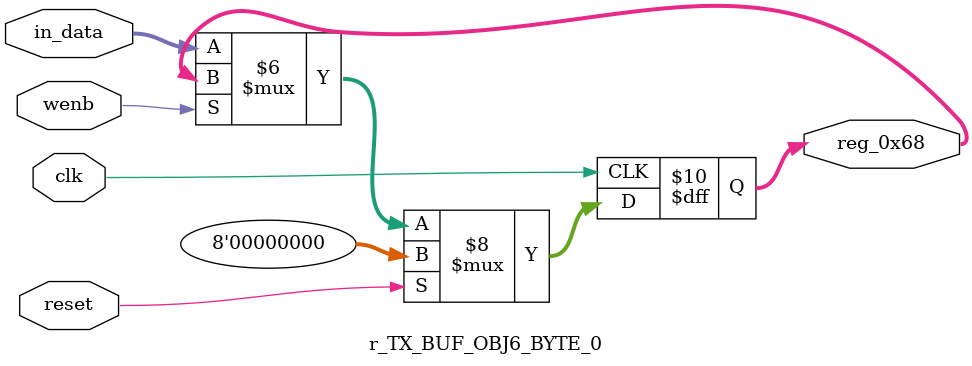
<source format=v>
module r_TX_BUF_OBJ6_BYTE_0(output reg [7:0] reg_0x68, input wire reset, input wire wenb, input wire [7:0] in_data, input wire clk);
	always@(posedge clk)
	begin
		if(reset==0) begin
			if(wenb==0)
				reg_0x68<=in_data;
			else
				reg_0x68<=reg_0x68;
		end
		else
			reg_0x68<=8'h00;
	end
endmodule
</source>
